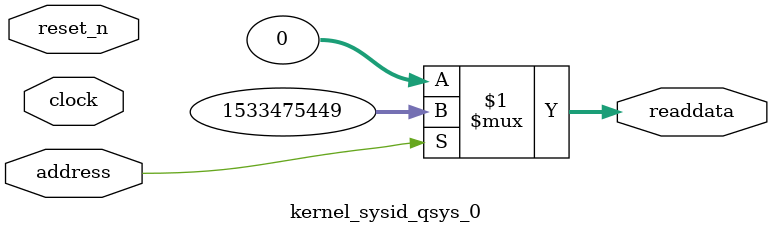
<source format=v>

`timescale 1ns / 1ps
// synthesis translate_on

// turn off superfluous verilog processor warnings 
// altera message_level Level1 
// altera message_off 10034 10035 10036 10037 10230 10240 10030 

module kernel_sysid_qsys_0 (
               // inputs:
                address,
                clock,
                reset_n,

               // outputs:
                readdata
             )
;

  output  [ 31: 0] readdata;
  input            address;
  input            clock;
  input            reset_n;

  wire    [ 31: 0] readdata;
  //control_slave, which is an e_avalon_slave
  assign readdata = address ? 1533475449 : 0;

endmodule




</source>
